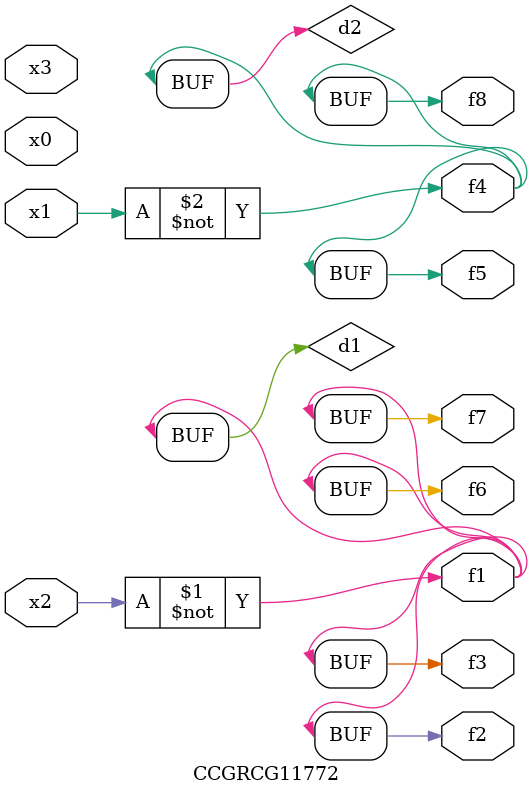
<source format=v>
module CCGRCG11772(
	input x0, x1, x2, x3,
	output f1, f2, f3, f4, f5, f6, f7, f8
);

	wire d1, d2;

	xnor (d1, x2);
	not (d2, x1);
	assign f1 = d1;
	assign f2 = d1;
	assign f3 = d1;
	assign f4 = d2;
	assign f5 = d2;
	assign f6 = d1;
	assign f7 = d1;
	assign f8 = d2;
endmodule

</source>
